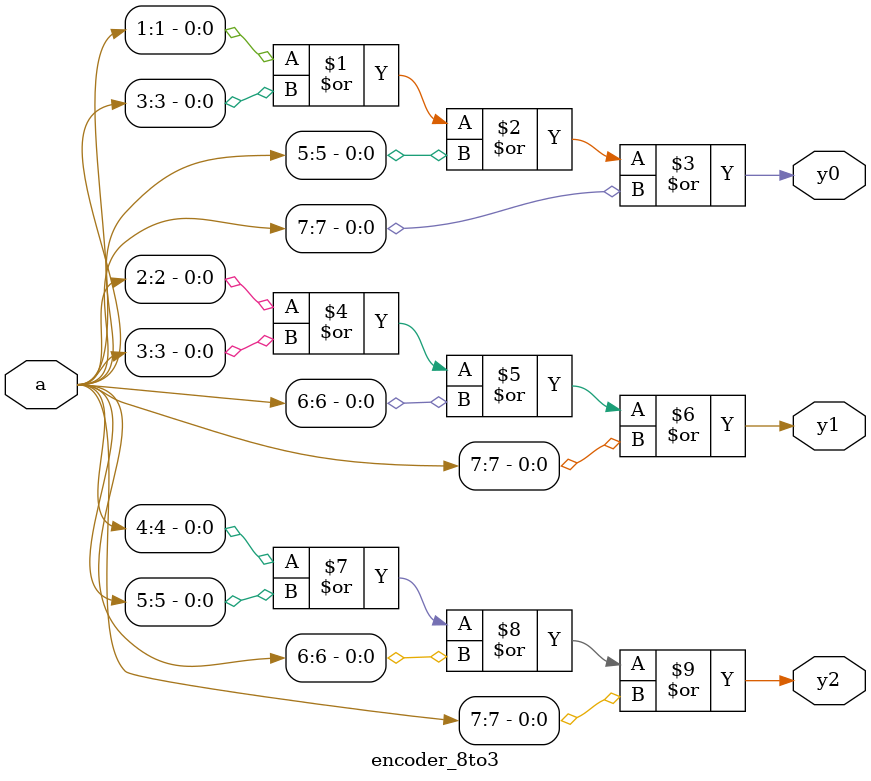
<source format=v>
`timescale 1ns / 1ps


module encoder_8to3(
    input [7:0] a,
    output  y0,y1,y2
    );
    assign y0=a[1]|a[3]|a[5]|a[7];
    assign y1=a[2]|a[3]|a[6]|a[7];
    assign y2=a[4]|a[5]|a[6]|a[7];
endmodule

</source>
